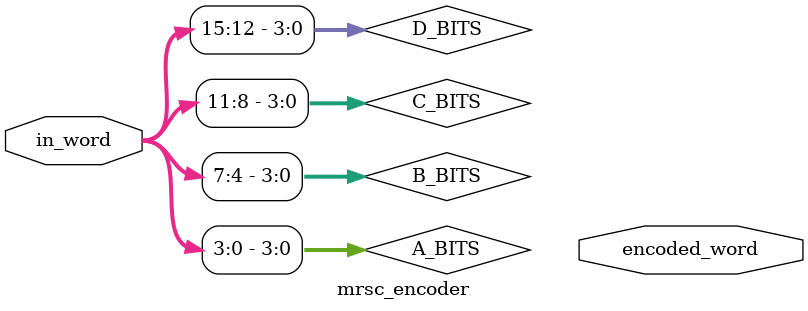
<source format=sv>
module mrsc_encoder(
    input logic [15:0] in_word,
    output logic [31:0] encoded_word
);

logic [3:0] A_BITS, B_BITS, C_BITS, D_BITS; //Data bits
logic DI_1, DI_2, DI_3, DI_4; //Diagonal bits
logic P1, P2, P3, P4; //Parity bits
logic XA_1, XA_2, XA_3, XA_4; //Check bits A
logic XB_1, XB_2, XB_3, XB_4; //Check bits B
logic XC_1, XC_2, XC_3, XC_4; //Check bits C
logic XD_1, XD_2, XD_3, XD_4; //Check bits D


always_comb begin

    // Assigning the input word to the data bits
    {A_BITS[3], A_BITS[2], A_BITS[1], A_BITS[0]} = in_word[3:0]; // A_BITS = in_word[3:0];
    {B_BITS[3], B_BITS[2], B_BITS[1], B_BITS[0]} = in_word[7:4]; // B_BITS = in_word[7:4];
    {C_BITS[3], C_BITS[2], C_BITS[1], C_BITS[0]} = in_word[11:8]; // C_BITS = in_word[11:8];
    {D_BITS[3], D_BITS[2], D_BITS[1], D_BITS[0]} = in_word[15:12]; // D_BITS = in_word[15:12];

    // Computing the MRSC's Diagonal bits
    DI_1 = A_BITS[0] ^ B_BITS[1] ^ C_BITS[0] ^ D_BITS[1]; // XORing the bits A1 ⊕ B2 ⊕ C1 ⊕ D2 to obtain DI_1
    DI_2 = A_BITS[1] ^ B_BITS[0] ^ C_BITS[1] ^ D_BITS[0]; // XORing the bits A2 ⊕ B1 ⊕ C2 ⊕ D1 to obtain DI_2
    DI_3 = A_BITS[2] ^ B_BITS[3] ^ C_BITS[2] ^ D_BITS[3]; // XORing the bits A3 ⊕ B4 ⊕ C3 ⊕ D4 to obtain DI_3
    DI_4 = A_BITS[3] ^ B_BITS[2] ^ C_BITS[3] ^ D_BITS[2]; // XORing the bits A4 ⊕ B3 ⊕ C4 ⊕ D3 to obtain DI_4

    // Computing the MRSC's Parity bits
    P1 = A_BITS[0] ^ B_BITS[0] ^ C_BITS[0] ^ D_BITS[0]; // XORing the bits A1 ⊕ B1 ⊕ C1 ⊕ D1 to obtain P1
    P2 = A_BITS[1] ^ B_BITS[1] ^ C_BITS[1] ^ D_BITS[1]; // XORing the bits A2 ⊕ B2 ⊕ C2 ⊕ D2 to obtain P2
    P3 = A_BITS[2] ^ B_BITS[2] ^ C_BITS[2] ^ D_BITS[2]; // XORing the bits A3 ⊕ B3 ⊕ C3 ⊕ D3 to obtain P3
    P4 = A_BITS[3] ^ B_BITS[3] ^ C_BITS[3] ^ D_BITS[3]; // XORing the bits A4 ⊕ B4 ⊕ C4 ⊕ D4 to obtain P4



end




endmodule
</source>
